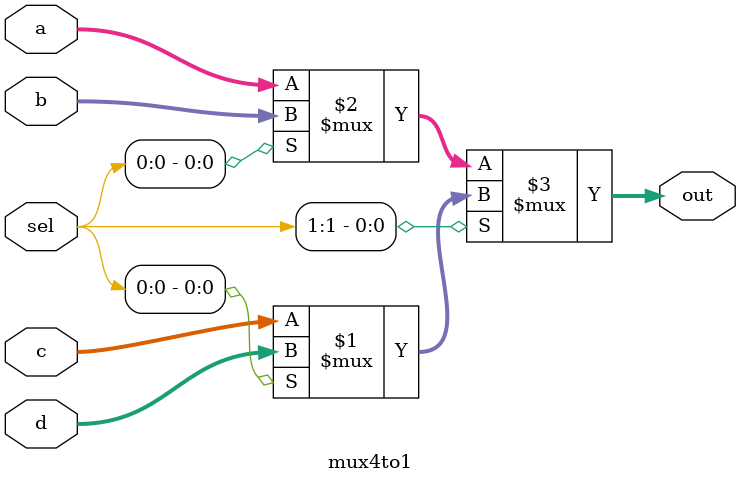
<source format=v>
`timescale 1ns / 1ps
/*******************************************************************
*
* Module: mux4to1.v
* Project: RV32
* Author: Farah Kabesh , Karim el Genidy , Omar fayed
* Description: 4 x 1 mux
*

**********************************************************************/
//////////////////////////////////////////////////////////////////////////////////


module mux4to1 #(parameter n = 32) (
input [n-1:0] a, b, c, d,
input [1:0] sel,
output [n-1:0] out
    );
    
    assign out = sel[1] ? (sel[0] ? d : c) : (sel[0] ? b : a);
endmodule

</source>
